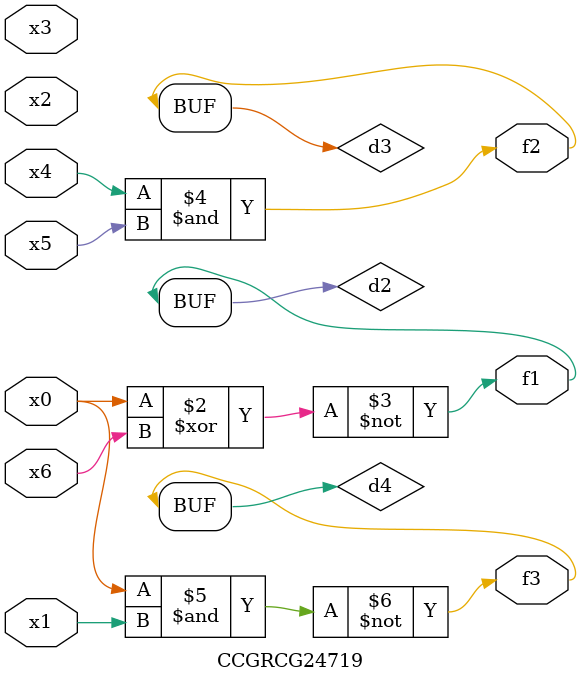
<source format=v>
module CCGRCG24719(
	input x0, x1, x2, x3, x4, x5, x6,
	output f1, f2, f3
);

	wire d1, d2, d3, d4;

	nor (d1, x0);
	xnor (d2, x0, x6);
	and (d3, x4, x5);
	nand (d4, x0, x1);
	assign f1 = d2;
	assign f2 = d3;
	assign f3 = d4;
endmodule

</source>
